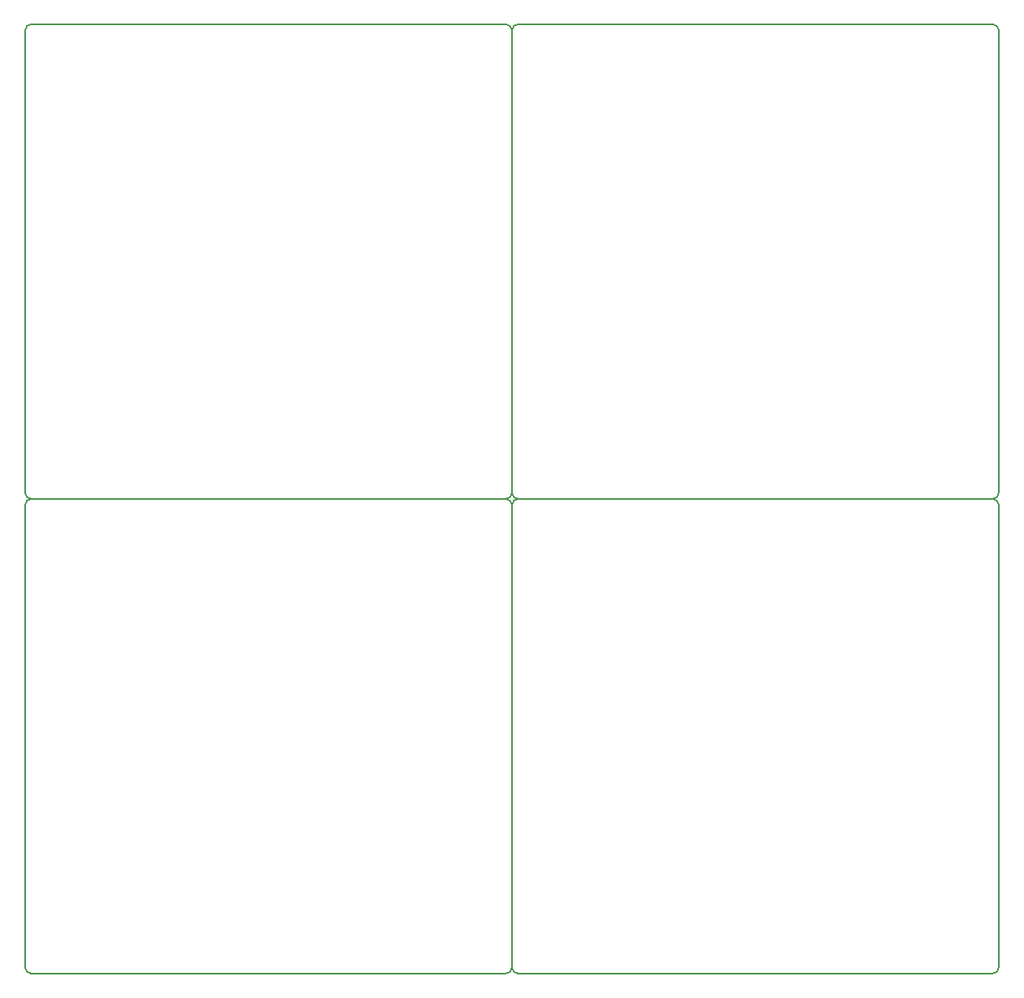
<source format=gbr>
G04 #@! TF.FileFunction,Profile,NP*
%FSLAX46Y46*%
G04 Gerber Fmt 4.6, Leading zero omitted, Abs format (unit mm)*
G04 Created by KiCad (PCBNEW 4.0.7) date Sun Jul 22 12:15:23 2018*
%MOMM*%
%LPD*%
G01*
G04 APERTURE LIST*
%ADD10C,0.100000*%
%ADD11C,0.150000*%
G04 APERTURE END LIST*
D10*
D11*
X177165000Y-157480000D02*
X226695000Y-157480000D01*
X226695000Y-107950000D02*
X177165000Y-107950000D01*
X226695000Y-157480000D02*
G75*
G03X227330000Y-156845000I0J635000D01*
G01*
X227330000Y-108585000D02*
X227330000Y-156845000D01*
X227330000Y-108585000D02*
G75*
G03X226695000Y-107950000I-635000J0D01*
G01*
X176530000Y-156845000D02*
G75*
G03X177165000Y-157480000I635000J0D01*
G01*
X176530000Y-108585000D02*
G75*
G03X175895000Y-107950000I-635000J0D01*
G01*
X176530000Y-108585000D02*
X176530000Y-156845000D01*
X176530000Y-108585000D02*
X176530000Y-156845000D01*
X177165000Y-107950000D02*
G75*
G03X176530000Y-108585000I0J-635000D01*
G01*
X175895000Y-157480000D02*
G75*
G03X176530000Y-156845000I0J635000D01*
G01*
X126365000Y-107950000D02*
G75*
G03X125730000Y-108585000I0J-635000D01*
G01*
X125730000Y-156845000D02*
G75*
G03X126365000Y-157480000I635000J0D01*
G01*
X175895000Y-107950000D02*
X126365000Y-107950000D01*
X125730000Y-108585000D02*
X125730000Y-156845000D01*
X126365000Y-157480000D02*
X175895000Y-157480000D01*
X177165000Y-107950000D02*
X226695000Y-107950000D01*
X177165000Y-58420000D02*
G75*
G03X176530000Y-59055000I0J-635000D01*
G01*
X176530000Y-59055000D02*
X176530000Y-107315000D01*
X227330000Y-59055000D02*
X227330000Y-107315000D01*
X226695000Y-58420000D02*
X177165000Y-58420000D01*
X176530000Y-107315000D02*
G75*
G03X177165000Y-107950000I635000J0D01*
G01*
X226695000Y-107950000D02*
G75*
G03X227330000Y-107315000I0J635000D01*
G01*
X227330000Y-59055000D02*
G75*
G03X226695000Y-58420000I-635000J0D01*
G01*
X126365000Y-58420000D02*
G75*
G03X125730000Y-59055000I0J-635000D01*
G01*
X176530000Y-59055000D02*
G75*
G03X175895000Y-58420000I-635000J0D01*
G01*
X175895000Y-107950000D02*
G75*
G03X176530000Y-107315000I0J635000D01*
G01*
X125730000Y-107315000D02*
G75*
G03X126365000Y-107950000I635000J0D01*
G01*
X175895000Y-58420000D02*
X126365000Y-58420000D01*
X176530000Y-59055000D02*
X176530000Y-107315000D01*
X126365000Y-107950000D02*
X175895000Y-107950000D01*
X125730000Y-59055000D02*
X125730000Y-107315000D01*
M02*

</source>
